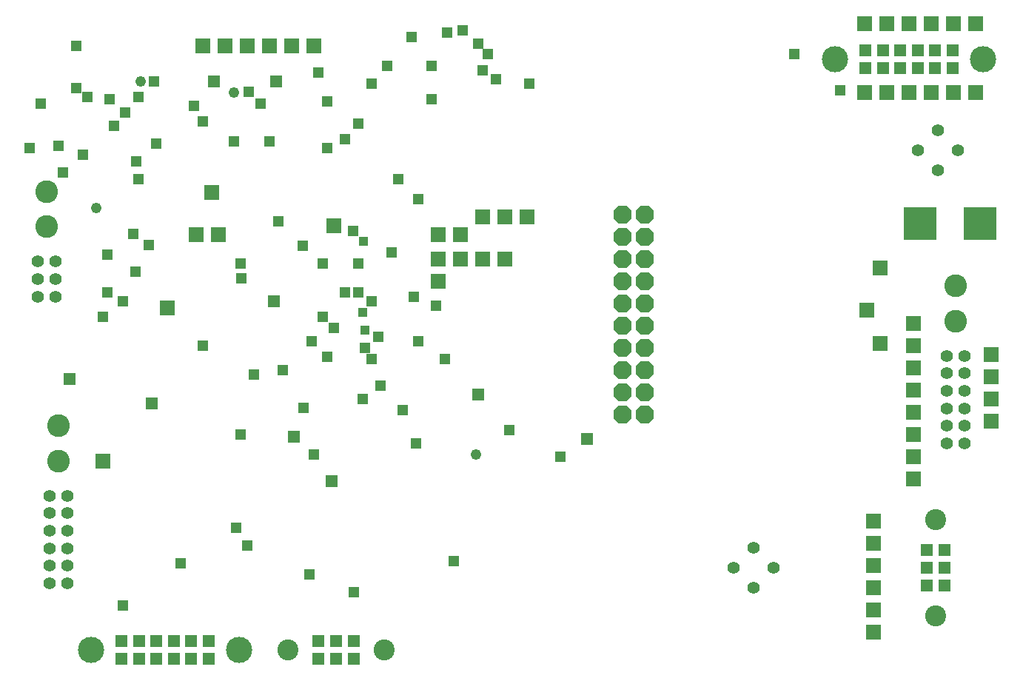
<source format=gbs>
G75*
%MOIN*%
%OFA0B0*%
%FSLAX25Y25*%
%IPPOS*%
%LPD*%
%AMOC8*
5,1,8,0,0,1.08239X$1,22.5*
%
%ADD10C,0.05556*%
%ADD11C,0.10249*%
%ADD12R,0.05556X0.05556*%
%ADD13C,0.11824*%
%ADD14C,0.09461*%
%ADD15C,0.05524*%
%ADD16OC8,0.08200*%
%ADD17R,0.04762X0.04762*%
%ADD18R,0.05400X0.05400*%
%ADD19R,0.06800X0.06800*%
%ADD20C,0.04762*%
%ADD21R,0.14800X0.14800*%
%ADD22R,0.04400X0.04400*%
D10*
X0030000Y0056000D03*
X0037874Y0056000D03*
X0037874Y0063874D03*
X0030000Y0063874D03*
X0030000Y0071748D03*
X0037874Y0071748D03*
X0037874Y0079622D03*
X0030000Y0079622D03*
X0030000Y0087496D03*
X0037874Y0087496D03*
X0037874Y0095370D03*
X0030000Y0095370D03*
X0032559Y0185118D03*
X0024685Y0185118D03*
X0024685Y0192992D03*
X0032559Y0192992D03*
X0032559Y0200866D03*
X0024685Y0200866D03*
X0434000Y0158370D03*
X0434000Y0150496D03*
X0441874Y0150496D03*
X0441874Y0158370D03*
X0441874Y0142622D03*
X0441874Y0134748D03*
X0434000Y0134748D03*
X0434000Y0142622D03*
X0434000Y0126874D03*
X0434000Y0119000D03*
X0441874Y0119000D03*
X0441874Y0126874D03*
D11*
X0437937Y0174118D03*
X0437937Y0189866D03*
X0033937Y0126866D03*
X0033937Y0111118D03*
X0028622Y0216614D03*
X0028622Y0232362D03*
D12*
X0062315Y0029937D03*
X0070189Y0029937D03*
X0078063Y0029937D03*
X0085937Y0029937D03*
X0093811Y0029937D03*
X0101685Y0029937D03*
X0101685Y0022063D03*
X0093811Y0022063D03*
X0085937Y0022063D03*
X0078063Y0022063D03*
X0070189Y0022063D03*
X0062315Y0022063D03*
X0151126Y0022063D03*
X0159000Y0022063D03*
X0166874Y0022063D03*
X0166874Y0029937D03*
X0159000Y0029937D03*
X0151126Y0029937D03*
X0425063Y0055126D03*
X0432937Y0055126D03*
X0432937Y0063000D03*
X0425063Y0063000D03*
X0425063Y0070874D03*
X0432937Y0070874D03*
X0436685Y0288063D03*
X0428811Y0288063D03*
X0420937Y0288063D03*
X0413063Y0288063D03*
X0405189Y0288063D03*
X0397315Y0288063D03*
X0397315Y0295937D03*
X0405189Y0295937D03*
X0413063Y0295937D03*
X0420937Y0295937D03*
X0428811Y0295937D03*
X0436685Y0295937D03*
D13*
X0048535Y0026000D03*
X0115465Y0026000D03*
X0383535Y0292000D03*
X0450465Y0292000D03*
D14*
X0429000Y0084654D03*
X0429000Y0041346D03*
X0180654Y0026000D03*
X0137346Y0026000D03*
D15*
X0337969Y0063000D03*
X0347000Y0053972D03*
X0356031Y0063000D03*
X0347000Y0072028D03*
X0430000Y0241969D03*
X0420972Y0251000D03*
X0430000Y0260031D03*
X0439028Y0251000D03*
D16*
X0298000Y0222000D03*
X0288000Y0222000D03*
X0288000Y0212000D03*
X0298000Y0212000D03*
X0298000Y0202000D03*
X0288000Y0202000D03*
X0288000Y0192000D03*
X0298000Y0192000D03*
X0298000Y0182000D03*
X0288000Y0182000D03*
X0288000Y0172000D03*
X0298000Y0172000D03*
X0298000Y0162000D03*
X0288000Y0162000D03*
X0288000Y0152000D03*
X0298000Y0152000D03*
X0298000Y0142000D03*
X0288000Y0142000D03*
X0288000Y0132000D03*
X0298000Y0132000D03*
D17*
X0260000Y0113000D03*
X0237000Y0125000D03*
X0195000Y0119000D03*
X0189000Y0134000D03*
X0179000Y0145000D03*
X0171000Y0139000D03*
X0175000Y0157000D03*
X0172000Y0162000D03*
X0178000Y0167000D03*
X0196000Y0165000D03*
X0208000Y0157000D03*
X0204000Y0181000D03*
X0194000Y0185000D03*
X0175000Y0183000D03*
X0169000Y0187000D03*
X0163000Y0187000D03*
X0153000Y0176000D03*
X0158000Y0171000D03*
X0148000Y0165000D03*
X0155000Y0158000D03*
X0135000Y0152000D03*
X0122000Y0150000D03*
X0099000Y0163000D03*
X0063000Y0183000D03*
X0056000Y0187000D03*
X0054000Y0176000D03*
X0068700Y0196400D03*
X0056000Y0204000D03*
X0067600Y0213400D03*
X0074700Y0208200D03*
X0070000Y0238000D03*
X0069000Y0246000D03*
X0078000Y0254000D03*
X0059000Y0262000D03*
X0064000Y0268000D03*
X0057000Y0274000D03*
X0047000Y0275000D03*
X0042000Y0279000D03*
X0026000Y0272000D03*
X0021000Y0252000D03*
X0034000Y0253000D03*
X0045000Y0249000D03*
X0036000Y0241000D03*
X0070000Y0275000D03*
X0077000Y0282000D03*
X0095000Y0271000D03*
X0099000Y0264000D03*
X0113053Y0254947D03*
X0129000Y0255000D03*
X0125000Y0272000D03*
X0119500Y0277400D03*
X0151000Y0286000D03*
X0155000Y0273000D03*
X0169000Y0263000D03*
X0163000Y0256000D03*
X0155000Y0252000D03*
X0187000Y0238000D03*
X0196000Y0229000D03*
X0166500Y0214500D03*
X0184000Y0205000D03*
X0169000Y0200000D03*
X0153000Y0200000D03*
X0144000Y0208000D03*
X0133000Y0219000D03*
X0116000Y0200000D03*
X0116300Y0193200D03*
X0144400Y0135000D03*
X0116000Y0123000D03*
X0149000Y0114000D03*
X0114000Y0081000D03*
X0119000Y0073000D03*
X0147000Y0060000D03*
X0167000Y0052000D03*
X0212000Y0066000D03*
X0089000Y0065000D03*
X0063000Y0046000D03*
X0202000Y0274000D03*
X0202000Y0289000D03*
X0182000Y0289000D03*
X0175000Y0281000D03*
X0193000Y0302000D03*
X0209000Y0304000D03*
X0216000Y0305000D03*
X0223000Y0299000D03*
X0227200Y0294300D03*
X0225000Y0287000D03*
X0231000Y0283000D03*
X0246000Y0281000D03*
X0365400Y0294400D03*
X0386000Y0278000D03*
X0042000Y0298000D03*
D18*
X0104000Y0282000D03*
X0132000Y0282000D03*
X0131100Y0182900D03*
X0076000Y0137000D03*
X0039000Y0148000D03*
X0140000Y0122000D03*
X0157000Y0102000D03*
X0223000Y0141000D03*
X0272000Y0121000D03*
D19*
X0205000Y0192000D03*
X0205000Y0202000D03*
X0215000Y0202000D03*
X0225000Y0202000D03*
X0235000Y0202000D03*
X0215000Y0213000D03*
X0205000Y0213000D03*
X0225000Y0221000D03*
X0235000Y0221000D03*
X0245000Y0221000D03*
X0158000Y0217000D03*
X0106000Y0213000D03*
X0096000Y0213000D03*
X0103000Y0232000D03*
X0083000Y0180000D03*
X0054000Y0111000D03*
X0099000Y0298000D03*
X0109000Y0298000D03*
X0119000Y0298000D03*
X0129000Y0298000D03*
X0139000Y0298000D03*
X0149000Y0298000D03*
X0397000Y0308000D03*
X0407000Y0308000D03*
X0417000Y0308000D03*
X0427000Y0308000D03*
X0437000Y0308000D03*
X0447000Y0308000D03*
X0447000Y0277000D03*
X0437000Y0277000D03*
X0427000Y0277000D03*
X0417000Y0277000D03*
X0407000Y0277000D03*
X0397000Y0277000D03*
X0404000Y0198000D03*
X0398000Y0179000D03*
X0419000Y0173000D03*
X0419000Y0163000D03*
X0419000Y0153000D03*
X0404000Y0164000D03*
X0419000Y0143000D03*
X0419000Y0133000D03*
X0419000Y0123000D03*
X0419000Y0113000D03*
X0419000Y0103000D03*
X0401000Y0084000D03*
X0401000Y0074000D03*
X0401000Y0064000D03*
X0401000Y0054000D03*
X0401000Y0044000D03*
X0401000Y0034000D03*
X0454000Y0129000D03*
X0454000Y0139000D03*
X0454000Y0149000D03*
X0454000Y0159000D03*
D20*
X0222000Y0114000D03*
X0051000Y0225000D03*
X0113000Y0277000D03*
X0071000Y0282000D03*
D21*
X0422000Y0218000D03*
X0449000Y0218000D03*
D22*
X0171200Y0210000D03*
X0171000Y0178000D03*
X0172000Y0170000D03*
M02*

</source>
